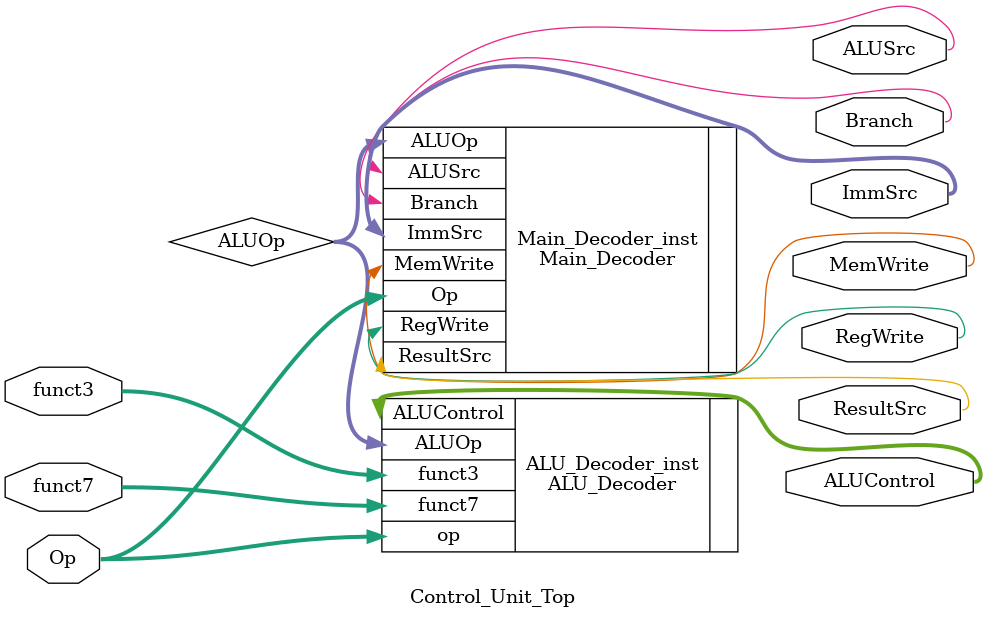
<source format=v>
/**
 * Control_Unit_Top module
 *
 * This module integrates Main_Decoder and ALU_Decoder to generate control signals
 * for different parts of the CPU based on the opcode and function codes.
 *
 * Inputs:
 *   Op (input [6:0]): 7-bit opcode
 *   funct3 (input [2:0]): 3-bit function code
 *   funct7 (input [6:0]): 7-bit function code
 *
 * Outputs:
 *   RegWrite (output): Register write control signal
 *   ImmSrc (output [1:0]): Immediate source control signal
 *   ALUSrc (output): ALU source control signal
 *   MemWrite (output): Memory write control signal
 *   ResultSrc (output): Result source control signal
 *   Branch (output): Branch control signal
 *   ALUControl (output [2:0]): ALU control signal
 *
 * Submodules:
 *   Main_Decoder: Decodes the opcode to generate control signals.
 *   ALU_Decoder: Decodes ALU operation based on ALUOp and function codes.
 */

`include "Main_decoder.v"
`include "ALU_decoder.v"

module Control_Unit_Top(
    input [6:0] Op,         // Input opcode
    input [2:0] funct3,     // Input function code
    input [6:0] funct7,     // Input function code
    output RegWrite,        // Register write control signal
    output [1:0] ImmSrc,    // Immediate source control signal
    output ALUSrc,          // ALU source control signal
    output MemWrite,        // Memory write control signal
    output ResultSrc,       // Result source control signal
    output Branch,          // Branch control signal
    output [2:0] ALUControl // ALU control signal
);

    wire [1:0] ALUOp;

    // Instantiate Main_Decoder submodule
    Main_Decoder Main_Decoder_inst(
        .Op(Op),
        .RegWrite(RegWrite),
        .ImmSrc(ImmSrc),
        .MemWrite(MemWrite),
        .ResultSrc(ResultSrc),
        .Branch(Branch),
        .ALUSrc(ALUSrc),
        .ALUOp(ALUOp)
    );

    // Instantiate ALU_Decoder submodule
    ALU_Decoder ALU_Decoder_inst(
        .ALUOp(ALUOp),
        .funct3(funct3),
        .funct7(funct7),
        .op(Op),
        .ALUControl(ALUControl)
    );

endmodule

</source>
